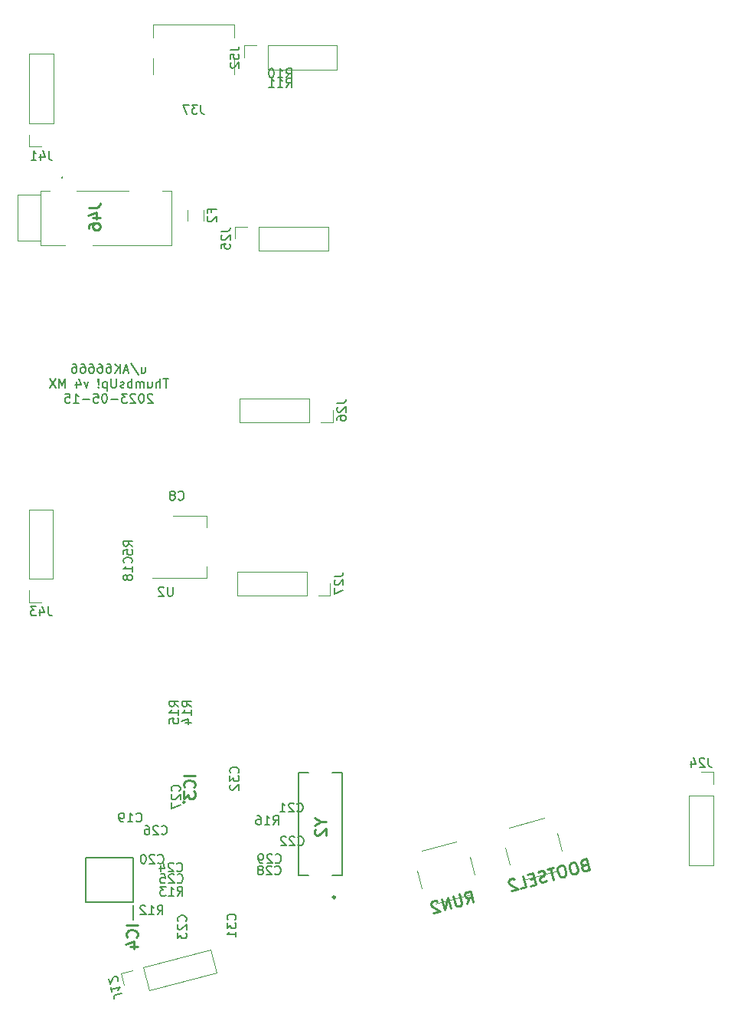
<source format=gbr>
G04 #@! TF.GenerationSoftware,KiCad,Pcbnew,(5.1.4)-1*
G04 #@! TF.CreationDate,2023-05-19T09:14:30-04:00*
G04 #@! TF.ProjectId,ThumbsUp,5468756d-6273-4557-902e-6b696361645f,rev?*
G04 #@! TF.SameCoordinates,Original*
G04 #@! TF.FileFunction,Legend,Bot*
G04 #@! TF.FilePolarity,Positive*
%FSLAX46Y46*%
G04 Gerber Fmt 4.6, Leading zero omitted, Abs format (unit mm)*
G04 Created by KiCad (PCBNEW (5.1.4)-1) date 2023-05-19 09:14:30*
%MOMM*%
%LPD*%
G04 APERTURE LIST*
%ADD10C,0.150000*%
%ADD11C,0.120000*%
%ADD12C,0.100000*%
%ADD13C,0.200000*%
%ADD14C,0.254000*%
G04 APERTURE END LIST*
D10*
X166519047Y-405035714D02*
X166519047Y-405702380D01*
X166947619Y-405035714D02*
X166947619Y-405559523D01*
X166900000Y-405654761D01*
X166804761Y-405702380D01*
X166661904Y-405702380D01*
X166566666Y-405654761D01*
X166519047Y-405607142D01*
X165328571Y-404654761D02*
X166185714Y-405940476D01*
X165042857Y-405416666D02*
X164566666Y-405416666D01*
X165138095Y-405702380D02*
X164804761Y-404702380D01*
X164471428Y-405702380D01*
X164138095Y-405702380D02*
X164138095Y-404702380D01*
X163566666Y-405702380D02*
X163995238Y-405130952D01*
X163566666Y-404702380D02*
X164138095Y-405273809D01*
X162709523Y-404702380D02*
X162900000Y-404702380D01*
X162995238Y-404750000D01*
X163042857Y-404797619D01*
X163138095Y-404940476D01*
X163185714Y-405130952D01*
X163185714Y-405511904D01*
X163138095Y-405607142D01*
X163090476Y-405654761D01*
X162995238Y-405702380D01*
X162804761Y-405702380D01*
X162709523Y-405654761D01*
X162661904Y-405607142D01*
X162614285Y-405511904D01*
X162614285Y-405273809D01*
X162661904Y-405178571D01*
X162709523Y-405130952D01*
X162804761Y-405083333D01*
X162995238Y-405083333D01*
X163090476Y-405130952D01*
X163138095Y-405178571D01*
X163185714Y-405273809D01*
X161757142Y-404702380D02*
X161947619Y-404702380D01*
X162042857Y-404750000D01*
X162090476Y-404797619D01*
X162185714Y-404940476D01*
X162233333Y-405130952D01*
X162233333Y-405511904D01*
X162185714Y-405607142D01*
X162138095Y-405654761D01*
X162042857Y-405702380D01*
X161852380Y-405702380D01*
X161757142Y-405654761D01*
X161709523Y-405607142D01*
X161661904Y-405511904D01*
X161661904Y-405273809D01*
X161709523Y-405178571D01*
X161757142Y-405130952D01*
X161852380Y-405083333D01*
X162042857Y-405083333D01*
X162138095Y-405130952D01*
X162185714Y-405178571D01*
X162233333Y-405273809D01*
X160804761Y-404702380D02*
X160995238Y-404702380D01*
X161090476Y-404750000D01*
X161138095Y-404797619D01*
X161233333Y-404940476D01*
X161280952Y-405130952D01*
X161280952Y-405511904D01*
X161233333Y-405607142D01*
X161185714Y-405654761D01*
X161090476Y-405702380D01*
X160900000Y-405702380D01*
X160804761Y-405654761D01*
X160757142Y-405607142D01*
X160709523Y-405511904D01*
X160709523Y-405273809D01*
X160757142Y-405178571D01*
X160804761Y-405130952D01*
X160900000Y-405083333D01*
X161090476Y-405083333D01*
X161185714Y-405130952D01*
X161233333Y-405178571D01*
X161280952Y-405273809D01*
X159852380Y-404702380D02*
X160042857Y-404702380D01*
X160138095Y-404750000D01*
X160185714Y-404797619D01*
X160280952Y-404940476D01*
X160328571Y-405130952D01*
X160328571Y-405511904D01*
X160280952Y-405607142D01*
X160233333Y-405654761D01*
X160138095Y-405702380D01*
X159947619Y-405702380D01*
X159852380Y-405654761D01*
X159804761Y-405607142D01*
X159757142Y-405511904D01*
X159757142Y-405273809D01*
X159804761Y-405178571D01*
X159852380Y-405130952D01*
X159947619Y-405083333D01*
X160138095Y-405083333D01*
X160233333Y-405130952D01*
X160280952Y-405178571D01*
X160328571Y-405273809D01*
X158900000Y-404702380D02*
X159090476Y-404702380D01*
X159185714Y-404750000D01*
X159233333Y-404797619D01*
X159328571Y-404940476D01*
X159376190Y-405130952D01*
X159376190Y-405511904D01*
X159328571Y-405607142D01*
X159280952Y-405654761D01*
X159185714Y-405702380D01*
X158995238Y-405702380D01*
X158900000Y-405654761D01*
X158852380Y-405607142D01*
X158804761Y-405511904D01*
X158804761Y-405273809D01*
X158852380Y-405178571D01*
X158900000Y-405130952D01*
X158995238Y-405083333D01*
X159185714Y-405083333D01*
X159280952Y-405130952D01*
X159328571Y-405178571D01*
X159376190Y-405273809D01*
X169495238Y-406352380D02*
X168923809Y-406352380D01*
X169209523Y-407352380D02*
X169209523Y-406352380D01*
X168590476Y-407352380D02*
X168590476Y-406352380D01*
X168161904Y-407352380D02*
X168161904Y-406828571D01*
X168209523Y-406733333D01*
X168304761Y-406685714D01*
X168447619Y-406685714D01*
X168542857Y-406733333D01*
X168590476Y-406780952D01*
X167257142Y-406685714D02*
X167257142Y-407352380D01*
X167685714Y-406685714D02*
X167685714Y-407209523D01*
X167638095Y-407304761D01*
X167542857Y-407352380D01*
X167400000Y-407352380D01*
X167304761Y-407304761D01*
X167257142Y-407257142D01*
X166780952Y-407352380D02*
X166780952Y-406685714D01*
X166780952Y-406780952D02*
X166733333Y-406733333D01*
X166638095Y-406685714D01*
X166495238Y-406685714D01*
X166400000Y-406733333D01*
X166352380Y-406828571D01*
X166352380Y-407352380D01*
X166352380Y-406828571D02*
X166304761Y-406733333D01*
X166209523Y-406685714D01*
X166066666Y-406685714D01*
X165971428Y-406733333D01*
X165923809Y-406828571D01*
X165923809Y-407352380D01*
X165447619Y-407352380D02*
X165447619Y-406352380D01*
X165447619Y-406733333D02*
X165352380Y-406685714D01*
X165161904Y-406685714D01*
X165066666Y-406733333D01*
X165019047Y-406780952D01*
X164971428Y-406876190D01*
X164971428Y-407161904D01*
X165019047Y-407257142D01*
X165066666Y-407304761D01*
X165161904Y-407352380D01*
X165352380Y-407352380D01*
X165447619Y-407304761D01*
X164590476Y-407304761D02*
X164495238Y-407352380D01*
X164304761Y-407352380D01*
X164209523Y-407304761D01*
X164161904Y-407209523D01*
X164161904Y-407161904D01*
X164209523Y-407066666D01*
X164304761Y-407019047D01*
X164447619Y-407019047D01*
X164542857Y-406971428D01*
X164590476Y-406876190D01*
X164590476Y-406828571D01*
X164542857Y-406733333D01*
X164447619Y-406685714D01*
X164304761Y-406685714D01*
X164209523Y-406733333D01*
X163733333Y-406352380D02*
X163733333Y-407161904D01*
X163685714Y-407257142D01*
X163638095Y-407304761D01*
X163542857Y-407352380D01*
X163352380Y-407352380D01*
X163257142Y-407304761D01*
X163209523Y-407257142D01*
X163161904Y-407161904D01*
X163161904Y-406352380D01*
X162685714Y-406685714D02*
X162685714Y-407685714D01*
X162685714Y-406733333D02*
X162590476Y-406685714D01*
X162400000Y-406685714D01*
X162304761Y-406733333D01*
X162257142Y-406780952D01*
X162209523Y-406876190D01*
X162209523Y-407161904D01*
X162257142Y-407257142D01*
X162304761Y-407304761D01*
X162400000Y-407352380D01*
X162590476Y-407352380D01*
X162685714Y-407304761D01*
X161780952Y-407257142D02*
X161733333Y-407304761D01*
X161780952Y-407352380D01*
X161828571Y-407304761D01*
X161780952Y-407257142D01*
X161780952Y-407352380D01*
X161780952Y-406971428D02*
X161828571Y-406400000D01*
X161780952Y-406352380D01*
X161733333Y-406400000D01*
X161780952Y-406971428D01*
X161780952Y-406352380D01*
X160638095Y-406685714D02*
X160400000Y-407352380D01*
X160161904Y-406685714D01*
X159352380Y-406685714D02*
X159352380Y-407352380D01*
X159590476Y-406304761D02*
X159828571Y-407019047D01*
X159209523Y-407019047D01*
X158066666Y-407352380D02*
X158066666Y-406352380D01*
X157733333Y-407066666D01*
X157400000Y-406352380D01*
X157400000Y-407352380D01*
X157019047Y-406352380D02*
X156352380Y-407352380D01*
X156352380Y-406352380D02*
X157019047Y-407352380D01*
X167757142Y-408097619D02*
X167709523Y-408050000D01*
X167614285Y-408002380D01*
X167376190Y-408002380D01*
X167280952Y-408050000D01*
X167233333Y-408097619D01*
X167185714Y-408192857D01*
X167185714Y-408288095D01*
X167233333Y-408430952D01*
X167804761Y-409002380D01*
X167185714Y-409002380D01*
X166566666Y-408002380D02*
X166471428Y-408002380D01*
X166376190Y-408050000D01*
X166328571Y-408097619D01*
X166280952Y-408192857D01*
X166233333Y-408383333D01*
X166233333Y-408621428D01*
X166280952Y-408811904D01*
X166328571Y-408907142D01*
X166376190Y-408954761D01*
X166471428Y-409002380D01*
X166566666Y-409002380D01*
X166661904Y-408954761D01*
X166709523Y-408907142D01*
X166757142Y-408811904D01*
X166804761Y-408621428D01*
X166804761Y-408383333D01*
X166757142Y-408192857D01*
X166709523Y-408097619D01*
X166661904Y-408050000D01*
X166566666Y-408002380D01*
X165852380Y-408097619D02*
X165804761Y-408050000D01*
X165709523Y-408002380D01*
X165471428Y-408002380D01*
X165376190Y-408050000D01*
X165328571Y-408097619D01*
X165280952Y-408192857D01*
X165280952Y-408288095D01*
X165328571Y-408430952D01*
X165900000Y-409002380D01*
X165280952Y-409002380D01*
X164947619Y-408002380D02*
X164328571Y-408002380D01*
X164661904Y-408383333D01*
X164519047Y-408383333D01*
X164423809Y-408430952D01*
X164376190Y-408478571D01*
X164328571Y-408573809D01*
X164328571Y-408811904D01*
X164376190Y-408907142D01*
X164423809Y-408954761D01*
X164519047Y-409002380D01*
X164804761Y-409002380D01*
X164900000Y-408954761D01*
X164947619Y-408907142D01*
X163900000Y-408621428D02*
X163138095Y-408621428D01*
X162471428Y-408002380D02*
X162376190Y-408002380D01*
X162280952Y-408050000D01*
X162233333Y-408097619D01*
X162185714Y-408192857D01*
X162138095Y-408383333D01*
X162138095Y-408621428D01*
X162185714Y-408811904D01*
X162233333Y-408907142D01*
X162280952Y-408954761D01*
X162376190Y-409002380D01*
X162471428Y-409002380D01*
X162566666Y-408954761D01*
X162614285Y-408907142D01*
X162661904Y-408811904D01*
X162709523Y-408621428D01*
X162709523Y-408383333D01*
X162661904Y-408192857D01*
X162614285Y-408097619D01*
X162566666Y-408050000D01*
X162471428Y-408002380D01*
X161233333Y-408002380D02*
X161709523Y-408002380D01*
X161757142Y-408478571D01*
X161709523Y-408430952D01*
X161614285Y-408383333D01*
X161376190Y-408383333D01*
X161280952Y-408430952D01*
X161233333Y-408478571D01*
X161185714Y-408573809D01*
X161185714Y-408811904D01*
X161233333Y-408907142D01*
X161280952Y-408954761D01*
X161376190Y-409002380D01*
X161614285Y-409002380D01*
X161709523Y-408954761D01*
X161757142Y-408907142D01*
X160757142Y-408621428D02*
X159995238Y-408621428D01*
X158995238Y-409002380D02*
X159566666Y-409002380D01*
X159280952Y-409002380D02*
X159280952Y-408002380D01*
X159376190Y-408145238D01*
X159471428Y-408240476D01*
X159566666Y-408288095D01*
X158090476Y-408002380D02*
X158566666Y-408002380D01*
X158614285Y-408478571D01*
X158566666Y-408430952D01*
X158471428Y-408383333D01*
X158233333Y-408383333D01*
X158138095Y-408430952D01*
X158090476Y-408478571D01*
X158042857Y-408573809D01*
X158042857Y-408811904D01*
X158090476Y-408907142D01*
X158138095Y-408954761D01*
X158233333Y-409002380D01*
X158471428Y-409002380D01*
X158566666Y-408954761D01*
X158614285Y-408907142D01*
D11*
X171615000Y-388877064D02*
X171615000Y-387672936D01*
X173435000Y-388877064D02*
X173435000Y-387672936D01*
D12*
X203356922Y-461083959D02*
X202835913Y-459153014D01*
X197564087Y-462646986D02*
X197043078Y-460716041D01*
X199050568Y-464317427D02*
X202912459Y-463275409D01*
X197487541Y-458524591D02*
X201349432Y-457482573D01*
D11*
X167805000Y-372720000D02*
X167805000Y-370920000D01*
X167805000Y-367210000D02*
X167805000Y-368670000D01*
X176745000Y-367210000D02*
X176745000Y-368670000D01*
X176745000Y-372720000D02*
X176745000Y-370920000D01*
X176745000Y-367210000D02*
X167805000Y-367210000D01*
D12*
X213056922Y-458483959D02*
X212535913Y-456553014D01*
X207264087Y-460046986D02*
X206743078Y-458116041D01*
X208750568Y-461717427D02*
X212612459Y-460675409D01*
X207187541Y-455924591D02*
X211049432Y-454882573D01*
D11*
X177880000Y-369530000D02*
X177880000Y-370860000D01*
X179210000Y-369530000D02*
X177880000Y-369530000D01*
X180480000Y-369530000D02*
X180480000Y-372190000D01*
X180480000Y-372190000D02*
X188160000Y-372190000D01*
X180480000Y-369530000D02*
X188160000Y-369530000D01*
X188160000Y-369530000D02*
X188160000Y-372190000D01*
D13*
X157750000Y-384150000D02*
G75*
G03X157750000Y-384050000I0J50000D01*
G01*
X157750000Y-384050000D02*
G75*
G03X157750000Y-384150000I0J-50000D01*
G01*
X157750000Y-384150000D02*
G75*
G03X157750000Y-384050000I0J50000D01*
G01*
X157750000Y-384050000D02*
X157750000Y-384050000D01*
X157750000Y-384150000D02*
X157750000Y-384150000D01*
X157750000Y-384050000D02*
X157750000Y-384050000D01*
D12*
X159350000Y-385575000D02*
X165100000Y-385575000D01*
X159350000Y-385575000D02*
X159350000Y-385575000D01*
X165100000Y-385575000D02*
X159350000Y-385575000D01*
X165100000Y-385575000D02*
X165100000Y-385575000D01*
X168850000Y-385575000D02*
X169850000Y-385575000D01*
X168850000Y-385575000D02*
X168850000Y-385575000D01*
X169850000Y-385575000D02*
X168850000Y-385575000D01*
X169850000Y-385575000D02*
X169850000Y-385575000D01*
X169850000Y-391575000D02*
X169850000Y-391575000D01*
X169850000Y-385575000D02*
X169850000Y-391575000D01*
X169850000Y-385575000D02*
X169850000Y-385575000D01*
X169850000Y-391575000D02*
X169850000Y-385575000D01*
X169850000Y-391575000D02*
X161100000Y-391575000D01*
X169850000Y-391575000D02*
X169850000Y-391575000D01*
X161100000Y-391575000D02*
X169850000Y-391575000D01*
X161100000Y-391575000D02*
X161100000Y-391575000D01*
X158100000Y-391575000D02*
X155350000Y-391575000D01*
X158100000Y-391575000D02*
X158100000Y-391575000D01*
X155350000Y-391575000D02*
X158100000Y-391575000D01*
X155350000Y-391575000D02*
X155350000Y-391575000D01*
X155350000Y-391100000D02*
X155350000Y-391100000D01*
X155350000Y-391575000D02*
X155350000Y-391100000D01*
X155350000Y-391575000D02*
X155350000Y-391575000D01*
X155350000Y-391100000D02*
X155350000Y-391575000D01*
X152850000Y-386050000D02*
X155350000Y-386050000D01*
X152850000Y-391075000D02*
X152850000Y-386050000D01*
X155350000Y-391075000D02*
X152850000Y-391075000D01*
X155350000Y-386050000D02*
X155350000Y-391075000D01*
X155350000Y-385575000D02*
X155350000Y-385575000D01*
X155350000Y-386050000D02*
X155350000Y-385575000D01*
X155350000Y-386050000D02*
X155350000Y-386050000D01*
X155350000Y-385575000D02*
X155350000Y-386050000D01*
X155350000Y-385575000D02*
X156350000Y-385575000D01*
X155350000Y-385575000D02*
X155350000Y-385575000D01*
X156350000Y-385575000D02*
X155350000Y-385575000D01*
X156350000Y-385575000D02*
X156350000Y-385575000D01*
D11*
X154128726Y-380710794D02*
X155458726Y-380710794D01*
X154128726Y-379380794D02*
X154128726Y-380710794D01*
X154128726Y-378110794D02*
X156788726Y-378110794D01*
X156788726Y-378110794D02*
X156788726Y-370430794D01*
X154128726Y-378110794D02*
X154128726Y-370430794D01*
X154128726Y-370430794D02*
X156788726Y-370430794D01*
X176882025Y-389530322D02*
X176882025Y-390860322D01*
X178212025Y-389530322D02*
X176882025Y-389530322D01*
X179482025Y-389530322D02*
X179482025Y-392190322D01*
X179482025Y-392190322D02*
X187162025Y-392190322D01*
X179482025Y-389530322D02*
X187162025Y-389530322D01*
X187162025Y-389530322D02*
X187162025Y-392190322D01*
D14*
X171300000Y-453125000D02*
G75*
G03X171300000Y-453125000I-100000J0D01*
G01*
D11*
X167750000Y-428335000D02*
X173760000Y-428335000D01*
X170000000Y-421515000D02*
X173760000Y-421515000D01*
X173760000Y-428335000D02*
X173760000Y-427075000D01*
X173760000Y-421515000D02*
X173760000Y-422775000D01*
X229742025Y-449780322D02*
X228412025Y-449780322D01*
X229742025Y-451110322D02*
X229742025Y-449780322D01*
X229742025Y-452380322D02*
X227082025Y-452380322D01*
X227082025Y-452380322D02*
X227082025Y-460060322D01*
X229742025Y-452380322D02*
X229742025Y-460060322D01*
X229742025Y-460060322D02*
X227082025Y-460060322D01*
X187386722Y-430287847D02*
X187386722Y-428957847D01*
X186056722Y-430287847D02*
X187386722Y-430287847D01*
X184786722Y-430287847D02*
X184786722Y-427627847D01*
X184786722Y-427627847D02*
X177106722Y-427627847D01*
X184786722Y-430287847D02*
X177106722Y-430287847D01*
X177106722Y-430287847D02*
X177106722Y-427627847D01*
X164222759Y-472042071D02*
X164566989Y-473326752D01*
X165507441Y-471697842D02*
X164222759Y-472042071D01*
X166734166Y-471369141D02*
X167422625Y-473938504D01*
X167422625Y-473938504D02*
X174840935Y-471950774D01*
X166734166Y-471369141D02*
X174152477Y-469381411D01*
X174152477Y-469381411D02*
X174840935Y-471950774D01*
D13*
X165580000Y-466125000D02*
X165580000Y-464475000D01*
X160360000Y-464125000D02*
X165640000Y-464125000D01*
X160360000Y-459275000D02*
X160360000Y-464125000D01*
X165640000Y-459275000D02*
X160360000Y-459275000D01*
X165640000Y-464125000D02*
X165640000Y-459275000D01*
D14*
X187935880Y-463630000D02*
G75*
G03X187935880Y-463630000I-125880J0D01*
G01*
D13*
X188700000Y-449825000D02*
X187600000Y-449825000D01*
X183900000Y-449825000D02*
X185000000Y-449825000D01*
X183900000Y-461225000D02*
X185000000Y-461225000D01*
X188700000Y-461225000D02*
X187600000Y-461225000D01*
X183900000Y-461225000D02*
X183900000Y-449825000D01*
X188700000Y-461225000D02*
X188700000Y-449825000D01*
D11*
X187689012Y-411172011D02*
X187689012Y-409842011D01*
X186359012Y-411172011D02*
X187689012Y-411172011D01*
X185089012Y-411172011D02*
X185089012Y-408512011D01*
X185089012Y-408512011D02*
X177409012Y-408512011D01*
X185089012Y-411172011D02*
X177409012Y-411172011D01*
X177409012Y-411172011D02*
X177409012Y-408512011D01*
X154082019Y-431060280D02*
X155412019Y-431060280D01*
X154082019Y-429730280D02*
X154082019Y-431060280D01*
X154082019Y-428460280D02*
X156742019Y-428460280D01*
X156742019Y-428460280D02*
X156742019Y-420780280D01*
X154082019Y-428460280D02*
X154082019Y-420780280D01*
X154082019Y-420780280D02*
X156742019Y-420780280D01*
D10*
X171407142Y-466257142D02*
X171454761Y-466209523D01*
X171502380Y-466066666D01*
X171502380Y-465971428D01*
X171454761Y-465828571D01*
X171359523Y-465733333D01*
X171264285Y-465685714D01*
X171073809Y-465638095D01*
X170930952Y-465638095D01*
X170740476Y-465685714D01*
X170645238Y-465733333D01*
X170550000Y-465828571D01*
X170502380Y-465971428D01*
X170502380Y-466066666D01*
X170550000Y-466209523D01*
X170597619Y-466257142D01*
X170597619Y-466638095D02*
X170550000Y-466685714D01*
X170502380Y-466780952D01*
X170502380Y-467019047D01*
X170550000Y-467114285D01*
X170597619Y-467161904D01*
X170692857Y-467209523D01*
X170788095Y-467209523D01*
X170930952Y-467161904D01*
X171502380Y-466590476D01*
X171502380Y-467209523D01*
X170502380Y-467542857D02*
X170502380Y-468161904D01*
X170883333Y-467828571D01*
X170883333Y-467971428D01*
X170930952Y-468066666D01*
X170978571Y-468114285D01*
X171073809Y-468161904D01*
X171311904Y-468161904D01*
X171407142Y-468114285D01*
X171454761Y-468066666D01*
X171502380Y-467971428D01*
X171502380Y-467685714D01*
X171454761Y-467590476D01*
X171407142Y-467542857D01*
X183842857Y-457807142D02*
X183890476Y-457854761D01*
X184033333Y-457902380D01*
X184128571Y-457902380D01*
X184271428Y-457854761D01*
X184366666Y-457759523D01*
X184414285Y-457664285D01*
X184461904Y-457473809D01*
X184461904Y-457330952D01*
X184414285Y-457140476D01*
X184366666Y-457045238D01*
X184271428Y-456950000D01*
X184128571Y-456902380D01*
X184033333Y-456902380D01*
X183890476Y-456950000D01*
X183842857Y-456997619D01*
X183461904Y-456997619D02*
X183414285Y-456950000D01*
X183319047Y-456902380D01*
X183080952Y-456902380D01*
X182985714Y-456950000D01*
X182938095Y-456997619D01*
X182890476Y-457092857D01*
X182890476Y-457188095D01*
X182938095Y-457330952D01*
X183509523Y-457902380D01*
X182890476Y-457902380D01*
X182509523Y-456997619D02*
X182461904Y-456950000D01*
X182366666Y-456902380D01*
X182128571Y-456902380D01*
X182033333Y-456950000D01*
X181985714Y-456997619D01*
X181938095Y-457092857D01*
X181938095Y-457188095D01*
X181985714Y-457330952D01*
X182557142Y-457902380D01*
X181938095Y-457902380D01*
X165942857Y-455207142D02*
X165990476Y-455254761D01*
X166133333Y-455302380D01*
X166228571Y-455302380D01*
X166371428Y-455254761D01*
X166466666Y-455159523D01*
X166514285Y-455064285D01*
X166561904Y-454873809D01*
X166561904Y-454730952D01*
X166514285Y-454540476D01*
X166466666Y-454445238D01*
X166371428Y-454350000D01*
X166228571Y-454302380D01*
X166133333Y-454302380D01*
X165990476Y-454350000D01*
X165942857Y-454397619D01*
X164990476Y-455302380D02*
X165561904Y-455302380D01*
X165276190Y-455302380D02*
X165276190Y-454302380D01*
X165371428Y-454445238D01*
X165466666Y-454540476D01*
X165561904Y-454588095D01*
X164514285Y-455302380D02*
X164323809Y-455302380D01*
X164228571Y-455254761D01*
X164180952Y-455207142D01*
X164085714Y-455064285D01*
X164038095Y-454873809D01*
X164038095Y-454492857D01*
X164085714Y-454397619D01*
X164133333Y-454350000D01*
X164228571Y-454302380D01*
X164419047Y-454302380D01*
X164514285Y-454350000D01*
X164561904Y-454397619D01*
X164609523Y-454492857D01*
X164609523Y-454730952D01*
X164561904Y-454826190D01*
X164514285Y-454873809D01*
X164419047Y-454921428D01*
X164228571Y-454921428D01*
X164133333Y-454873809D01*
X164085714Y-454826190D01*
X164038095Y-454730952D01*
X170442857Y-460707142D02*
X170490476Y-460754761D01*
X170633333Y-460802380D01*
X170728571Y-460802380D01*
X170871428Y-460754761D01*
X170966666Y-460659523D01*
X171014285Y-460564285D01*
X171061904Y-460373809D01*
X171061904Y-460230952D01*
X171014285Y-460040476D01*
X170966666Y-459945238D01*
X170871428Y-459850000D01*
X170728571Y-459802380D01*
X170633333Y-459802380D01*
X170490476Y-459850000D01*
X170442857Y-459897619D01*
X170061904Y-459897619D02*
X170014285Y-459850000D01*
X169919047Y-459802380D01*
X169680952Y-459802380D01*
X169585714Y-459850000D01*
X169538095Y-459897619D01*
X169490476Y-459992857D01*
X169490476Y-460088095D01*
X169538095Y-460230952D01*
X170109523Y-460802380D01*
X169490476Y-460802380D01*
X168633333Y-460135714D02*
X168633333Y-460802380D01*
X168871428Y-459754761D02*
X169109523Y-460469047D01*
X168490476Y-460469047D01*
X165407142Y-426682142D02*
X165454761Y-426634523D01*
X165502380Y-426491666D01*
X165502380Y-426396428D01*
X165454761Y-426253571D01*
X165359523Y-426158333D01*
X165264285Y-426110714D01*
X165073809Y-426063095D01*
X164930952Y-426063095D01*
X164740476Y-426110714D01*
X164645238Y-426158333D01*
X164550000Y-426253571D01*
X164502380Y-426396428D01*
X164502380Y-426491666D01*
X164550000Y-426634523D01*
X164597619Y-426682142D01*
X165502380Y-427634523D02*
X165502380Y-427063095D01*
X165502380Y-427348809D02*
X164502380Y-427348809D01*
X164645238Y-427253571D01*
X164740476Y-427158333D01*
X164788095Y-427063095D01*
X164930952Y-428205952D02*
X164883333Y-428110714D01*
X164835714Y-428063095D01*
X164740476Y-428015476D01*
X164692857Y-428015476D01*
X164597619Y-428063095D01*
X164550000Y-428110714D01*
X164502380Y-428205952D01*
X164502380Y-428396428D01*
X164550000Y-428491666D01*
X164597619Y-428539285D01*
X164692857Y-428586904D01*
X164740476Y-428586904D01*
X164835714Y-428539285D01*
X164883333Y-428491666D01*
X164930952Y-428396428D01*
X164930952Y-428205952D01*
X164978571Y-428110714D01*
X165026190Y-428063095D01*
X165121428Y-428015476D01*
X165311904Y-428015476D01*
X165407142Y-428063095D01*
X165454761Y-428110714D01*
X165502380Y-428205952D01*
X165502380Y-428396428D01*
X165454761Y-428491666D01*
X165407142Y-428539285D01*
X165311904Y-428586904D01*
X165121428Y-428586904D01*
X165026190Y-428539285D01*
X164978571Y-428491666D01*
X164930952Y-428396428D01*
X183742857Y-454107142D02*
X183790476Y-454154761D01*
X183933333Y-454202380D01*
X184028571Y-454202380D01*
X184171428Y-454154761D01*
X184266666Y-454059523D01*
X184314285Y-453964285D01*
X184361904Y-453773809D01*
X184361904Y-453630952D01*
X184314285Y-453440476D01*
X184266666Y-453345238D01*
X184171428Y-453250000D01*
X184028571Y-453202380D01*
X183933333Y-453202380D01*
X183790476Y-453250000D01*
X183742857Y-453297619D01*
X183361904Y-453297619D02*
X183314285Y-453250000D01*
X183219047Y-453202380D01*
X182980952Y-453202380D01*
X182885714Y-453250000D01*
X182838095Y-453297619D01*
X182790476Y-453392857D01*
X182790476Y-453488095D01*
X182838095Y-453630952D01*
X183409523Y-454202380D01*
X182790476Y-454202380D01*
X181838095Y-454202380D02*
X182409523Y-454202380D01*
X182123809Y-454202380D02*
X182123809Y-453202380D01*
X182219047Y-453345238D01*
X182314285Y-453440476D01*
X182409523Y-453488095D01*
X170492857Y-461957142D02*
X170540476Y-462004761D01*
X170683333Y-462052380D01*
X170778571Y-462052380D01*
X170921428Y-462004761D01*
X171016666Y-461909523D01*
X171064285Y-461814285D01*
X171111904Y-461623809D01*
X171111904Y-461480952D01*
X171064285Y-461290476D01*
X171016666Y-461195238D01*
X170921428Y-461100000D01*
X170778571Y-461052380D01*
X170683333Y-461052380D01*
X170540476Y-461100000D01*
X170492857Y-461147619D01*
X170111904Y-461147619D02*
X170064285Y-461100000D01*
X169969047Y-461052380D01*
X169730952Y-461052380D01*
X169635714Y-461100000D01*
X169588095Y-461147619D01*
X169540476Y-461242857D01*
X169540476Y-461338095D01*
X169588095Y-461480952D01*
X170159523Y-462052380D01*
X169540476Y-462052380D01*
X168635714Y-461052380D02*
X169111904Y-461052380D01*
X169159523Y-461528571D01*
X169111904Y-461480952D01*
X169016666Y-461433333D01*
X168778571Y-461433333D01*
X168683333Y-461480952D01*
X168635714Y-461528571D01*
X168588095Y-461623809D01*
X168588095Y-461861904D01*
X168635714Y-461957142D01*
X168683333Y-462004761D01*
X168778571Y-462052380D01*
X169016666Y-462052380D01*
X169111904Y-462004761D01*
X169159523Y-461957142D01*
X168342857Y-459807142D02*
X168390476Y-459854761D01*
X168533333Y-459902380D01*
X168628571Y-459902380D01*
X168771428Y-459854761D01*
X168866666Y-459759523D01*
X168914285Y-459664285D01*
X168961904Y-459473809D01*
X168961904Y-459330952D01*
X168914285Y-459140476D01*
X168866666Y-459045238D01*
X168771428Y-458950000D01*
X168628571Y-458902380D01*
X168533333Y-458902380D01*
X168390476Y-458950000D01*
X168342857Y-458997619D01*
X167961904Y-458997619D02*
X167914285Y-458950000D01*
X167819047Y-458902380D01*
X167580952Y-458902380D01*
X167485714Y-458950000D01*
X167438095Y-458997619D01*
X167390476Y-459092857D01*
X167390476Y-459188095D01*
X167438095Y-459330952D01*
X168009523Y-459902380D01*
X167390476Y-459902380D01*
X166771428Y-458902380D02*
X166676190Y-458902380D01*
X166580952Y-458950000D01*
X166533333Y-458997619D01*
X166485714Y-459092857D01*
X166438095Y-459283333D01*
X166438095Y-459521428D01*
X166485714Y-459711904D01*
X166533333Y-459807142D01*
X166580952Y-459854761D01*
X166676190Y-459902380D01*
X166771428Y-459902380D01*
X166866666Y-459854761D01*
X166914285Y-459807142D01*
X166961904Y-459711904D01*
X167009523Y-459521428D01*
X167009523Y-459283333D01*
X166961904Y-459092857D01*
X166914285Y-458997619D01*
X166866666Y-458950000D01*
X166771428Y-458902380D01*
X170606666Y-419662142D02*
X170654285Y-419709761D01*
X170797142Y-419757380D01*
X170892380Y-419757380D01*
X171035238Y-419709761D01*
X171130476Y-419614523D01*
X171178095Y-419519285D01*
X171225714Y-419328809D01*
X171225714Y-419185952D01*
X171178095Y-418995476D01*
X171130476Y-418900238D01*
X171035238Y-418805000D01*
X170892380Y-418757380D01*
X170797142Y-418757380D01*
X170654285Y-418805000D01*
X170606666Y-418852619D01*
X170035238Y-419185952D02*
X170130476Y-419138333D01*
X170178095Y-419090714D01*
X170225714Y-418995476D01*
X170225714Y-418947857D01*
X170178095Y-418852619D01*
X170130476Y-418805000D01*
X170035238Y-418757380D01*
X169844761Y-418757380D01*
X169749523Y-418805000D01*
X169701904Y-418852619D01*
X169654285Y-418947857D01*
X169654285Y-418995476D01*
X169701904Y-419090714D01*
X169749523Y-419138333D01*
X169844761Y-419185952D01*
X170035238Y-419185952D01*
X170130476Y-419233571D01*
X170178095Y-419281190D01*
X170225714Y-419376428D01*
X170225714Y-419566904D01*
X170178095Y-419662142D01*
X170130476Y-419709761D01*
X170035238Y-419757380D01*
X169844761Y-419757380D01*
X169749523Y-419709761D01*
X169701904Y-419662142D01*
X169654285Y-419566904D01*
X169654285Y-419376428D01*
X169701904Y-419281190D01*
X169749523Y-419233571D01*
X169844761Y-419185952D01*
X177202142Y-449867142D02*
X177249761Y-449819523D01*
X177297380Y-449676666D01*
X177297380Y-449581428D01*
X177249761Y-449438571D01*
X177154523Y-449343333D01*
X177059285Y-449295714D01*
X176868809Y-449248095D01*
X176725952Y-449248095D01*
X176535476Y-449295714D01*
X176440238Y-449343333D01*
X176345000Y-449438571D01*
X176297380Y-449581428D01*
X176297380Y-449676666D01*
X176345000Y-449819523D01*
X176392619Y-449867142D01*
X176297380Y-450200476D02*
X176297380Y-450819523D01*
X176678333Y-450486190D01*
X176678333Y-450629047D01*
X176725952Y-450724285D01*
X176773571Y-450771904D01*
X176868809Y-450819523D01*
X177106904Y-450819523D01*
X177202142Y-450771904D01*
X177249761Y-450724285D01*
X177297380Y-450629047D01*
X177297380Y-450343333D01*
X177249761Y-450248095D01*
X177202142Y-450200476D01*
X176392619Y-451200476D02*
X176345000Y-451248095D01*
X176297380Y-451343333D01*
X176297380Y-451581428D01*
X176345000Y-451676666D01*
X176392619Y-451724285D01*
X176487857Y-451771904D01*
X176583095Y-451771904D01*
X176725952Y-451724285D01*
X177297380Y-451152857D01*
X177297380Y-451771904D01*
X168292857Y-465527380D02*
X168626190Y-465051190D01*
X168864285Y-465527380D02*
X168864285Y-464527380D01*
X168483333Y-464527380D01*
X168388095Y-464575000D01*
X168340476Y-464622619D01*
X168292857Y-464717857D01*
X168292857Y-464860714D01*
X168340476Y-464955952D01*
X168388095Y-465003571D01*
X168483333Y-465051190D01*
X168864285Y-465051190D01*
X167340476Y-465527380D02*
X167911904Y-465527380D01*
X167626190Y-465527380D02*
X167626190Y-464527380D01*
X167721428Y-464670238D01*
X167816666Y-464765476D01*
X167911904Y-464813095D01*
X166959523Y-464622619D02*
X166911904Y-464575000D01*
X166816666Y-464527380D01*
X166578571Y-464527380D01*
X166483333Y-464575000D01*
X166435714Y-464622619D01*
X166388095Y-464717857D01*
X166388095Y-464813095D01*
X166435714Y-464955952D01*
X167007142Y-465527380D01*
X166388095Y-465527380D01*
X182522857Y-373082380D02*
X182856190Y-372606190D01*
X183094285Y-373082380D02*
X183094285Y-372082380D01*
X182713333Y-372082380D01*
X182618095Y-372130000D01*
X182570476Y-372177619D01*
X182522857Y-372272857D01*
X182522857Y-372415714D01*
X182570476Y-372510952D01*
X182618095Y-372558571D01*
X182713333Y-372606190D01*
X183094285Y-372606190D01*
X181570476Y-373082380D02*
X182141904Y-373082380D01*
X181856190Y-373082380D02*
X181856190Y-372082380D01*
X181951428Y-372225238D01*
X182046666Y-372320476D01*
X182141904Y-372368095D01*
X180951428Y-372082380D02*
X180856190Y-372082380D01*
X180760952Y-372130000D01*
X180713333Y-372177619D01*
X180665714Y-372272857D01*
X180618095Y-372463333D01*
X180618095Y-372701428D01*
X180665714Y-372891904D01*
X180713333Y-372987142D01*
X180760952Y-373034761D01*
X180856190Y-373082380D01*
X180951428Y-373082380D01*
X181046666Y-373034761D01*
X181094285Y-372987142D01*
X181141904Y-372891904D01*
X181189523Y-372701428D01*
X181189523Y-372463333D01*
X181141904Y-372272857D01*
X181094285Y-372177619D01*
X181046666Y-372130000D01*
X180951428Y-372082380D01*
X170727142Y-451872142D02*
X170774761Y-451824523D01*
X170822380Y-451681666D01*
X170822380Y-451586428D01*
X170774761Y-451443571D01*
X170679523Y-451348333D01*
X170584285Y-451300714D01*
X170393809Y-451253095D01*
X170250952Y-451253095D01*
X170060476Y-451300714D01*
X169965238Y-451348333D01*
X169870000Y-451443571D01*
X169822380Y-451586428D01*
X169822380Y-451681666D01*
X169870000Y-451824523D01*
X169917619Y-451872142D01*
X169917619Y-452253095D02*
X169870000Y-452300714D01*
X169822380Y-452395952D01*
X169822380Y-452634047D01*
X169870000Y-452729285D01*
X169917619Y-452776904D01*
X170012857Y-452824523D01*
X170108095Y-452824523D01*
X170250952Y-452776904D01*
X170822380Y-452205476D01*
X170822380Y-452824523D01*
X169822380Y-453157857D02*
X169822380Y-453824523D01*
X170822380Y-453395952D01*
X181092857Y-455602380D02*
X181426190Y-455126190D01*
X181664285Y-455602380D02*
X181664285Y-454602380D01*
X181283333Y-454602380D01*
X181188095Y-454650000D01*
X181140476Y-454697619D01*
X181092857Y-454792857D01*
X181092857Y-454935714D01*
X181140476Y-455030952D01*
X181188095Y-455078571D01*
X181283333Y-455126190D01*
X181664285Y-455126190D01*
X180140476Y-455602380D02*
X180711904Y-455602380D01*
X180426190Y-455602380D02*
X180426190Y-454602380D01*
X180521428Y-454745238D01*
X180616666Y-454840476D01*
X180711904Y-454888095D01*
X179283333Y-454602380D02*
X179473809Y-454602380D01*
X179569047Y-454650000D01*
X179616666Y-454697619D01*
X179711904Y-454840476D01*
X179759523Y-455030952D01*
X179759523Y-455411904D01*
X179711904Y-455507142D01*
X179664285Y-455554761D01*
X179569047Y-455602380D01*
X179378571Y-455602380D01*
X179283333Y-455554761D01*
X179235714Y-455507142D01*
X179188095Y-455411904D01*
X179188095Y-455173809D01*
X179235714Y-455078571D01*
X179283333Y-455030952D01*
X179378571Y-454983333D01*
X179569047Y-454983333D01*
X179664285Y-455030952D01*
X179711904Y-455078571D01*
X179759523Y-455173809D01*
X182527857Y-374162380D02*
X182861190Y-373686190D01*
X183099285Y-374162380D02*
X183099285Y-373162380D01*
X182718333Y-373162380D01*
X182623095Y-373210000D01*
X182575476Y-373257619D01*
X182527857Y-373352857D01*
X182527857Y-373495714D01*
X182575476Y-373590952D01*
X182623095Y-373638571D01*
X182718333Y-373686190D01*
X183099285Y-373686190D01*
X181575476Y-374162380D02*
X182146904Y-374162380D01*
X181861190Y-374162380D02*
X181861190Y-373162380D01*
X181956428Y-373305238D01*
X182051666Y-373400476D01*
X182146904Y-373448095D01*
X180623095Y-374162380D02*
X181194523Y-374162380D01*
X180908809Y-374162380D02*
X180908809Y-373162380D01*
X181004047Y-373305238D01*
X181099285Y-373400476D01*
X181194523Y-373448095D01*
X174273571Y-387941666D02*
X174273571Y-387608333D01*
X174797380Y-387608333D02*
X173797380Y-387608333D01*
X173797380Y-388084523D01*
X173892619Y-388417857D02*
X173845000Y-388465476D01*
X173797380Y-388560714D01*
X173797380Y-388798809D01*
X173845000Y-388894047D01*
X173892619Y-388941666D01*
X173987857Y-388989285D01*
X174083095Y-388989285D01*
X174225952Y-388941666D01*
X174797380Y-388370238D01*
X174797380Y-388989285D01*
X181342857Y-459757142D02*
X181390476Y-459804761D01*
X181533333Y-459852380D01*
X181628571Y-459852380D01*
X181771428Y-459804761D01*
X181866666Y-459709523D01*
X181914285Y-459614285D01*
X181961904Y-459423809D01*
X181961904Y-459280952D01*
X181914285Y-459090476D01*
X181866666Y-458995238D01*
X181771428Y-458900000D01*
X181628571Y-458852380D01*
X181533333Y-458852380D01*
X181390476Y-458900000D01*
X181342857Y-458947619D01*
X180961904Y-458947619D02*
X180914285Y-458900000D01*
X180819047Y-458852380D01*
X180580952Y-458852380D01*
X180485714Y-458900000D01*
X180438095Y-458947619D01*
X180390476Y-459042857D01*
X180390476Y-459138095D01*
X180438095Y-459280952D01*
X181009523Y-459852380D01*
X180390476Y-459852380D01*
X179914285Y-459852380D02*
X179723809Y-459852380D01*
X179628571Y-459804761D01*
X179580952Y-459757142D01*
X179485714Y-459614285D01*
X179438095Y-459423809D01*
X179438095Y-459042857D01*
X179485714Y-458947619D01*
X179533333Y-458900000D01*
X179628571Y-458852380D01*
X179819047Y-458852380D01*
X179914285Y-458900000D01*
X179961904Y-458947619D01*
X180009523Y-459042857D01*
X180009523Y-459280952D01*
X179961904Y-459376190D01*
X179914285Y-459423809D01*
X179819047Y-459471428D01*
X179628571Y-459471428D01*
X179533333Y-459423809D01*
X179485714Y-459376190D01*
X179438095Y-459280952D01*
X170492857Y-463452380D02*
X170826190Y-462976190D01*
X171064285Y-463452380D02*
X171064285Y-462452380D01*
X170683333Y-462452380D01*
X170588095Y-462500000D01*
X170540476Y-462547619D01*
X170492857Y-462642857D01*
X170492857Y-462785714D01*
X170540476Y-462880952D01*
X170588095Y-462928571D01*
X170683333Y-462976190D01*
X171064285Y-462976190D01*
X169540476Y-463452380D02*
X170111904Y-463452380D01*
X169826190Y-463452380D02*
X169826190Y-462452380D01*
X169921428Y-462595238D01*
X170016666Y-462690476D01*
X170111904Y-462738095D01*
X169207142Y-462452380D02*
X168588095Y-462452380D01*
X168921428Y-462833333D01*
X168778571Y-462833333D01*
X168683333Y-462880952D01*
X168635714Y-462928571D01*
X168588095Y-463023809D01*
X168588095Y-463261904D01*
X168635714Y-463357142D01*
X168683333Y-463404761D01*
X168778571Y-463452380D01*
X169064285Y-463452380D01*
X169159523Y-463404761D01*
X169207142Y-463357142D01*
X176895142Y-466107142D02*
X176942761Y-466059523D01*
X176990380Y-465916666D01*
X176990380Y-465821428D01*
X176942761Y-465678571D01*
X176847523Y-465583333D01*
X176752285Y-465535714D01*
X176561809Y-465488095D01*
X176418952Y-465488095D01*
X176228476Y-465535714D01*
X176133238Y-465583333D01*
X176038000Y-465678571D01*
X175990380Y-465821428D01*
X175990380Y-465916666D01*
X176038000Y-466059523D01*
X176085619Y-466107142D01*
X175990380Y-466440476D02*
X175990380Y-467059523D01*
X176371333Y-466726190D01*
X176371333Y-466869047D01*
X176418952Y-466964285D01*
X176466571Y-467011904D01*
X176561809Y-467059523D01*
X176799904Y-467059523D01*
X176895142Y-467011904D01*
X176942761Y-466964285D01*
X176990380Y-466869047D01*
X176990380Y-466583333D01*
X176942761Y-466488095D01*
X176895142Y-466440476D01*
X176990380Y-468011904D02*
X176990380Y-467440476D01*
X176990380Y-467726190D02*
X175990380Y-467726190D01*
X176133238Y-467630952D01*
X176228476Y-467535714D01*
X176276095Y-467440476D01*
X181292857Y-461057142D02*
X181340476Y-461104761D01*
X181483333Y-461152380D01*
X181578571Y-461152380D01*
X181721428Y-461104761D01*
X181816666Y-461009523D01*
X181864285Y-460914285D01*
X181911904Y-460723809D01*
X181911904Y-460580952D01*
X181864285Y-460390476D01*
X181816666Y-460295238D01*
X181721428Y-460200000D01*
X181578571Y-460152380D01*
X181483333Y-460152380D01*
X181340476Y-460200000D01*
X181292857Y-460247619D01*
X180911904Y-460247619D02*
X180864285Y-460200000D01*
X180769047Y-460152380D01*
X180530952Y-460152380D01*
X180435714Y-460200000D01*
X180388095Y-460247619D01*
X180340476Y-460342857D01*
X180340476Y-460438095D01*
X180388095Y-460580952D01*
X180959523Y-461152380D01*
X180340476Y-461152380D01*
X179769047Y-460580952D02*
X179864285Y-460533333D01*
X179911904Y-460485714D01*
X179959523Y-460390476D01*
X179959523Y-460342857D01*
X179911904Y-460247619D01*
X179864285Y-460200000D01*
X179769047Y-460152380D01*
X179578571Y-460152380D01*
X179483333Y-460200000D01*
X179435714Y-460247619D01*
X179388095Y-460342857D01*
X179388095Y-460390476D01*
X179435714Y-460485714D01*
X179483333Y-460533333D01*
X179578571Y-460580952D01*
X179769047Y-460580952D01*
X179864285Y-460628571D01*
X179911904Y-460676190D01*
X179959523Y-460771428D01*
X179959523Y-460961904D01*
X179911904Y-461057142D01*
X179864285Y-461104761D01*
X179769047Y-461152380D01*
X179578571Y-461152380D01*
X179483333Y-461104761D01*
X179435714Y-461057142D01*
X179388095Y-460961904D01*
X179388095Y-460771428D01*
X179435714Y-460676190D01*
X179483333Y-460628571D01*
X179578571Y-460580952D01*
X168742857Y-456607142D02*
X168790476Y-456654761D01*
X168933333Y-456702380D01*
X169028571Y-456702380D01*
X169171428Y-456654761D01*
X169266666Y-456559523D01*
X169314285Y-456464285D01*
X169361904Y-456273809D01*
X169361904Y-456130952D01*
X169314285Y-455940476D01*
X169266666Y-455845238D01*
X169171428Y-455750000D01*
X169028571Y-455702380D01*
X168933333Y-455702380D01*
X168790476Y-455750000D01*
X168742857Y-455797619D01*
X168361904Y-455797619D02*
X168314285Y-455750000D01*
X168219047Y-455702380D01*
X167980952Y-455702380D01*
X167885714Y-455750000D01*
X167838095Y-455797619D01*
X167790476Y-455892857D01*
X167790476Y-455988095D01*
X167838095Y-456130952D01*
X168409523Y-456702380D01*
X167790476Y-456702380D01*
X166933333Y-455702380D02*
X167123809Y-455702380D01*
X167219047Y-455750000D01*
X167266666Y-455797619D01*
X167361904Y-455940476D01*
X167409523Y-456130952D01*
X167409523Y-456511904D01*
X167361904Y-456607142D01*
X167314285Y-456654761D01*
X167219047Y-456702380D01*
X167028571Y-456702380D01*
X166933333Y-456654761D01*
X166885714Y-456607142D01*
X166838095Y-456511904D01*
X166838095Y-456273809D01*
X166885714Y-456178571D01*
X166933333Y-456130952D01*
X167028571Y-456083333D01*
X167219047Y-456083333D01*
X167314285Y-456130952D01*
X167361904Y-456178571D01*
X167409523Y-456273809D01*
X165532380Y-424833333D02*
X165056190Y-424500000D01*
X165532380Y-424261904D02*
X164532380Y-424261904D01*
X164532380Y-424642857D01*
X164580000Y-424738095D01*
X164627619Y-424785714D01*
X164722857Y-424833333D01*
X164865714Y-424833333D01*
X164960952Y-424785714D01*
X165008571Y-424738095D01*
X165056190Y-424642857D01*
X165056190Y-424261904D01*
X164532380Y-425738095D02*
X164532380Y-425261904D01*
X165008571Y-425214285D01*
X164960952Y-425261904D01*
X164913333Y-425357142D01*
X164913333Y-425595238D01*
X164960952Y-425690476D01*
X165008571Y-425738095D01*
X165103809Y-425785714D01*
X165341904Y-425785714D01*
X165437142Y-425738095D01*
X165484761Y-425690476D01*
X165532380Y-425595238D01*
X165532380Y-425357142D01*
X165484761Y-425261904D01*
X165437142Y-425214285D01*
X170627380Y-442542142D02*
X170151190Y-442208809D01*
X170627380Y-441970714D02*
X169627380Y-441970714D01*
X169627380Y-442351666D01*
X169675000Y-442446904D01*
X169722619Y-442494523D01*
X169817857Y-442542142D01*
X169960714Y-442542142D01*
X170055952Y-442494523D01*
X170103571Y-442446904D01*
X170151190Y-442351666D01*
X170151190Y-441970714D01*
X170627380Y-443494523D02*
X170627380Y-442923095D01*
X170627380Y-443208809D02*
X169627380Y-443208809D01*
X169770238Y-443113571D01*
X169865476Y-443018333D01*
X169913095Y-442923095D01*
X169627380Y-444399285D02*
X169627380Y-443923095D01*
X170103571Y-443875476D01*
X170055952Y-443923095D01*
X170008333Y-444018333D01*
X170008333Y-444256428D01*
X170055952Y-444351666D01*
X170103571Y-444399285D01*
X170198809Y-444446904D01*
X170436904Y-444446904D01*
X170532142Y-444399285D01*
X170579761Y-444351666D01*
X170627380Y-444256428D01*
X170627380Y-444018333D01*
X170579761Y-443923095D01*
X170532142Y-443875476D01*
X172027380Y-442567142D02*
X171551190Y-442233809D01*
X172027380Y-441995714D02*
X171027380Y-441995714D01*
X171027380Y-442376666D01*
X171075000Y-442471904D01*
X171122619Y-442519523D01*
X171217857Y-442567142D01*
X171360714Y-442567142D01*
X171455952Y-442519523D01*
X171503571Y-442471904D01*
X171551190Y-442376666D01*
X171551190Y-441995714D01*
X172027380Y-443519523D02*
X172027380Y-442948095D01*
X172027380Y-443233809D02*
X171027380Y-443233809D01*
X171170238Y-443138571D01*
X171265476Y-443043333D01*
X171313095Y-442948095D01*
X171360714Y-444376666D02*
X172027380Y-444376666D01*
X170979761Y-444138571D02*
X171694047Y-443900476D01*
X171694047Y-444519523D01*
D14*
X202538562Y-464352951D02*
X202789736Y-463658790D01*
X203239220Y-464163900D02*
X202908379Y-462937749D01*
X202441274Y-463063784D01*
X202340252Y-463153681D01*
X202297618Y-463227823D01*
X202270739Y-463360354D01*
X202318002Y-463535518D01*
X202407899Y-463636540D01*
X202482041Y-463679174D01*
X202614571Y-463706053D01*
X203081676Y-463580018D01*
X201682229Y-463268590D02*
X201950052Y-464261188D01*
X201923173Y-464393718D01*
X201880539Y-464467861D01*
X201779517Y-464557758D01*
X201545964Y-464620775D01*
X201413434Y-464593895D01*
X201339291Y-464551262D01*
X201249395Y-464450240D01*
X200981571Y-463457642D01*
X200728531Y-464841335D02*
X200397690Y-463615185D01*
X200027874Y-465030387D01*
X199697033Y-463804237D01*
X199203049Y-464062802D02*
X199128906Y-464020168D01*
X198996376Y-463993289D01*
X198704435Y-464072060D01*
X198603413Y-464161957D01*
X198560779Y-464236099D01*
X198533900Y-464368630D01*
X198565409Y-464485406D01*
X198671060Y-464644816D01*
X199560769Y-465156422D01*
X198801723Y-465361228D01*
D10*
X173084523Y-376082380D02*
X173084523Y-376796666D01*
X173132142Y-376939523D01*
X173227380Y-377034761D01*
X173370238Y-377082380D01*
X173465476Y-377082380D01*
X172703571Y-376082380D02*
X172084523Y-376082380D01*
X172417857Y-376463333D01*
X172275000Y-376463333D01*
X172179761Y-376510952D01*
X172132142Y-376558571D01*
X172084523Y-376653809D01*
X172084523Y-376891904D01*
X172132142Y-376987142D01*
X172179761Y-377034761D01*
X172275000Y-377082380D01*
X172560714Y-377082380D01*
X172655952Y-377034761D01*
X172703571Y-376987142D01*
X171751190Y-376082380D02*
X171084523Y-376082380D01*
X171513095Y-377082380D01*
D14*
X215459177Y-460064755D02*
X215299767Y-460170406D01*
X215257133Y-460244549D01*
X215230254Y-460377079D01*
X215277517Y-460552243D01*
X215367414Y-460653265D01*
X215441556Y-460695899D01*
X215574087Y-460722779D01*
X216041191Y-460596744D01*
X215710351Y-459370594D01*
X215301634Y-459480874D01*
X215200612Y-459570771D01*
X215157978Y-459644913D01*
X215131099Y-459777444D01*
X215162607Y-459894220D01*
X215252504Y-459995242D01*
X215326647Y-460037876D01*
X215459177Y-460064755D01*
X215867894Y-459954475D01*
X214250648Y-459764452D02*
X214017096Y-459827469D01*
X213916074Y-459917366D01*
X213830806Y-460065651D01*
X213835435Y-460314957D01*
X213945716Y-460723674D01*
X214067121Y-460941472D01*
X214215406Y-461026740D01*
X214347936Y-461053619D01*
X214581489Y-460990602D01*
X214682511Y-460900705D01*
X214767778Y-460752420D01*
X214763149Y-460503114D01*
X214652869Y-460094397D01*
X214531463Y-459876599D01*
X214383179Y-459791331D01*
X214250648Y-459764452D01*
X212966110Y-460111047D02*
X212732557Y-460174064D01*
X212631535Y-460263961D01*
X212546268Y-460412246D01*
X212550897Y-460661552D01*
X212661177Y-461070269D01*
X212782583Y-461288067D01*
X212930867Y-461373335D01*
X213063398Y-461400214D01*
X213296950Y-461337197D01*
X213397972Y-461247300D01*
X213483240Y-461099015D01*
X213478611Y-460849709D01*
X213368330Y-460440992D01*
X213246925Y-460223194D01*
X213098640Y-460137926D01*
X212966110Y-460111047D01*
X212090288Y-460347362D02*
X211389631Y-460536413D01*
X212070800Y-461668038D02*
X211739959Y-460441888D01*
X211354389Y-461798701D02*
X211194979Y-461904353D01*
X210903038Y-461983124D01*
X210770507Y-461956245D01*
X210696365Y-461913611D01*
X210606468Y-461812589D01*
X210574960Y-461695813D01*
X210601839Y-461563282D01*
X210644473Y-461489140D01*
X210745495Y-461399243D01*
X210963293Y-461277838D01*
X211064315Y-461187941D01*
X211106949Y-461113799D01*
X211133828Y-460981268D01*
X211102319Y-460864492D01*
X211012423Y-460763470D01*
X210938280Y-460720836D01*
X210805750Y-460693957D01*
X210513809Y-460772728D01*
X210354399Y-460878379D01*
X209970695Y-461545661D02*
X209561978Y-461655941D01*
X209560112Y-462345474D02*
X210143993Y-462187930D01*
X209813152Y-460961780D01*
X209229271Y-461119323D01*
X208450738Y-462644806D02*
X209034619Y-462487262D01*
X208703778Y-461261112D01*
X207801077Y-461629958D02*
X207726934Y-461587324D01*
X207594404Y-461560444D01*
X207302463Y-461639216D01*
X207201441Y-461729113D01*
X207158808Y-461803255D01*
X207131928Y-461935786D01*
X207163437Y-462052562D01*
X207269088Y-462211972D01*
X208158797Y-462723577D01*
X207399752Y-462928383D01*
D10*
X176332380Y-370050476D02*
X177046666Y-370050476D01*
X177189523Y-370002857D01*
X177284761Y-369907619D01*
X177332380Y-369764761D01*
X177332380Y-369669523D01*
X176332380Y-371002857D02*
X176332380Y-370526666D01*
X176808571Y-370479047D01*
X176760952Y-370526666D01*
X176713333Y-370621904D01*
X176713333Y-370860000D01*
X176760952Y-370955238D01*
X176808571Y-371002857D01*
X176903809Y-371050476D01*
X177141904Y-371050476D01*
X177237142Y-371002857D01*
X177284761Y-370955238D01*
X177332380Y-370860000D01*
X177332380Y-370621904D01*
X177284761Y-370526666D01*
X177237142Y-370479047D01*
X176427619Y-371431428D02*
X176380000Y-371479047D01*
X176332380Y-371574285D01*
X176332380Y-371812380D01*
X176380000Y-371907619D01*
X176427619Y-371955238D01*
X176522857Y-372002857D01*
X176618095Y-372002857D01*
X176760952Y-371955238D01*
X177332380Y-371383809D01*
X177332380Y-372002857D01*
D14*
X160654523Y-387421904D02*
X161561666Y-387421904D01*
X161743095Y-387361428D01*
X161864047Y-387240476D01*
X161924523Y-387059047D01*
X161924523Y-386938095D01*
X161077857Y-388570952D02*
X161924523Y-388570952D01*
X160594047Y-388268571D02*
X161501190Y-387966190D01*
X161501190Y-388752380D01*
X160654523Y-389780476D02*
X160654523Y-389538571D01*
X160715000Y-389417619D01*
X160775476Y-389357142D01*
X160956904Y-389236190D01*
X161198809Y-389175714D01*
X161682619Y-389175714D01*
X161803571Y-389236190D01*
X161864047Y-389296666D01*
X161924523Y-389417619D01*
X161924523Y-389659523D01*
X161864047Y-389780476D01*
X161803571Y-389840952D01*
X161682619Y-389901428D01*
X161380238Y-389901428D01*
X161259285Y-389840952D01*
X161198809Y-389780476D01*
X161138333Y-389659523D01*
X161138333Y-389417619D01*
X161198809Y-389296666D01*
X161259285Y-389236190D01*
X161380238Y-389175714D01*
D10*
X156268249Y-381163174D02*
X156268249Y-381877460D01*
X156315868Y-382020317D01*
X156411106Y-382115555D01*
X156553964Y-382163174D01*
X156649202Y-382163174D01*
X155363487Y-381496508D02*
X155363487Y-382163174D01*
X155601583Y-381115555D02*
X155839678Y-381829841D01*
X155220630Y-381829841D01*
X154315868Y-382163174D02*
X154887297Y-382163174D01*
X154601583Y-382163174D02*
X154601583Y-381163174D01*
X154696821Y-381306032D01*
X154792059Y-381401270D01*
X154887297Y-381448889D01*
X175334405Y-390050798D02*
X176048691Y-390050798D01*
X176191548Y-390003179D01*
X176286786Y-389907941D01*
X176334405Y-389765083D01*
X176334405Y-389669845D01*
X175429644Y-390479369D02*
X175382025Y-390526988D01*
X175334405Y-390622226D01*
X175334405Y-390860322D01*
X175382025Y-390955560D01*
X175429644Y-391003179D01*
X175524882Y-391050798D01*
X175620120Y-391050798D01*
X175762977Y-391003179D01*
X176334405Y-390431750D01*
X176334405Y-391050798D01*
X175334405Y-391955560D02*
X175334405Y-391479369D01*
X175810596Y-391431750D01*
X175762977Y-391479369D01*
X175715358Y-391574607D01*
X175715358Y-391812702D01*
X175762977Y-391907941D01*
X175810596Y-391955560D01*
X175905834Y-392003179D01*
X176143929Y-392003179D01*
X176239167Y-391955560D01*
X176286786Y-391907941D01*
X176334405Y-391812702D01*
X176334405Y-391574607D01*
X176286786Y-391479369D01*
X176239167Y-391431750D01*
D14*
X172449523Y-450160238D02*
X171179523Y-450160238D01*
X172328571Y-451490714D02*
X172389047Y-451430238D01*
X172449523Y-451248809D01*
X172449523Y-451127857D01*
X172389047Y-450946428D01*
X172268095Y-450825476D01*
X172147142Y-450765000D01*
X171905238Y-450704523D01*
X171723809Y-450704523D01*
X171481904Y-450765000D01*
X171360952Y-450825476D01*
X171240000Y-450946428D01*
X171179523Y-451127857D01*
X171179523Y-451248809D01*
X171240000Y-451430238D01*
X171300476Y-451490714D01*
X171179523Y-451914047D02*
X171179523Y-452700238D01*
X171663333Y-452276904D01*
X171663333Y-452458333D01*
X171723809Y-452579285D01*
X171784285Y-452639761D01*
X171905238Y-452700238D01*
X172207619Y-452700238D01*
X172328571Y-452639761D01*
X172389047Y-452579285D01*
X172449523Y-452458333D01*
X172449523Y-452095476D01*
X172389047Y-451974523D01*
X172328571Y-451914047D01*
D10*
X169986904Y-429352380D02*
X169986904Y-430161904D01*
X169939285Y-430257142D01*
X169891666Y-430304761D01*
X169796428Y-430352380D01*
X169605952Y-430352380D01*
X169510714Y-430304761D01*
X169463095Y-430257142D01*
X169415476Y-430161904D01*
X169415476Y-429352380D01*
X168986904Y-429447619D02*
X168939285Y-429400000D01*
X168844047Y-429352380D01*
X168605952Y-429352380D01*
X168510714Y-429400000D01*
X168463095Y-429447619D01*
X168415476Y-429542857D01*
X168415476Y-429638095D01*
X168463095Y-429780952D01*
X169034523Y-430352380D01*
X168415476Y-430352380D01*
X229221548Y-448232702D02*
X229221548Y-448946988D01*
X229269167Y-449089845D01*
X229364405Y-449185083D01*
X229507263Y-449232702D01*
X229602501Y-449232702D01*
X228792977Y-448327941D02*
X228745358Y-448280322D01*
X228650120Y-448232702D01*
X228412025Y-448232702D01*
X228316786Y-448280322D01*
X228269167Y-448327941D01*
X228221548Y-448423179D01*
X228221548Y-448518417D01*
X228269167Y-448661274D01*
X228840596Y-449232702D01*
X228221548Y-449232702D01*
X227364405Y-448566036D02*
X227364405Y-449232702D01*
X227602501Y-448185083D02*
X227840596Y-448899369D01*
X227221548Y-448899369D01*
X187839102Y-428148323D02*
X188553388Y-428148323D01*
X188696245Y-428100704D01*
X188791483Y-428005466D01*
X188839102Y-427862608D01*
X188839102Y-427767370D01*
X187934341Y-428576894D02*
X187886722Y-428624513D01*
X187839102Y-428719751D01*
X187839102Y-428957847D01*
X187886722Y-429053085D01*
X187934341Y-429100704D01*
X188029579Y-429148323D01*
X188124817Y-429148323D01*
X188267674Y-429100704D01*
X188839102Y-428529275D01*
X188839102Y-429148323D01*
X187839102Y-429481656D02*
X187839102Y-430148323D01*
X188839102Y-429719751D01*
X164339542Y-474225776D02*
X163649595Y-474410647D01*
X163523930Y-474493618D01*
X163456587Y-474610260D01*
X163447565Y-474760574D01*
X163472214Y-474852567D01*
X163114797Y-473518669D02*
X163262694Y-474070627D01*
X163188745Y-473794648D02*
X164154671Y-473535829D01*
X164041331Y-473664796D01*
X163973988Y-473781439D01*
X163952641Y-473885756D01*
X163890132Y-472916528D02*
X163923804Y-472858207D01*
X163945151Y-472753889D01*
X163883528Y-472523907D01*
X163812882Y-472444239D01*
X163754560Y-472410567D01*
X163650243Y-472389220D01*
X163558250Y-472413869D01*
X163432585Y-472496840D01*
X163028524Y-473196694D01*
X162868303Y-472598740D01*
D14*
X166099523Y-466685238D02*
X164829523Y-466685238D01*
X165978571Y-468015714D02*
X166039047Y-467955238D01*
X166099523Y-467773809D01*
X166099523Y-467652857D01*
X166039047Y-467471428D01*
X165918095Y-467350476D01*
X165797142Y-467290000D01*
X165555238Y-467229523D01*
X165373809Y-467229523D01*
X165131904Y-467290000D01*
X165010952Y-467350476D01*
X164890000Y-467471428D01*
X164829523Y-467652857D01*
X164829523Y-467773809D01*
X164890000Y-467955238D01*
X164950476Y-468015714D01*
X165252857Y-469104285D02*
X166099523Y-469104285D01*
X164769047Y-468801904D02*
X165676190Y-468499523D01*
X165676190Y-469285714D01*
X186320021Y-455292068D02*
X186924783Y-455292068D01*
X185654783Y-454868734D02*
X186320021Y-455292068D01*
X185654783Y-455715401D01*
X185775736Y-456078258D02*
X185715260Y-456138734D01*
X185654783Y-456259687D01*
X185654783Y-456562068D01*
X185715260Y-456683020D01*
X185775736Y-456743496D01*
X185896688Y-456803972D01*
X186017640Y-456803972D01*
X186199069Y-456743496D01*
X186924783Y-456017782D01*
X186924783Y-456803972D01*
D10*
X188141392Y-409032487D02*
X188855678Y-409032487D01*
X188998535Y-408984868D01*
X189093773Y-408889630D01*
X189141392Y-408746772D01*
X189141392Y-408651534D01*
X188236631Y-409461058D02*
X188189012Y-409508677D01*
X188141392Y-409603915D01*
X188141392Y-409842011D01*
X188189012Y-409937249D01*
X188236631Y-409984868D01*
X188331869Y-410032487D01*
X188427107Y-410032487D01*
X188569964Y-409984868D01*
X189141392Y-409413439D01*
X189141392Y-410032487D01*
X188141392Y-410889630D02*
X188141392Y-410699153D01*
X188189012Y-410603915D01*
X188236631Y-410556296D01*
X188379488Y-410461058D01*
X188569964Y-410413439D01*
X188950916Y-410413439D01*
X189046154Y-410461058D01*
X189093773Y-410508677D01*
X189141392Y-410603915D01*
X189141392Y-410794391D01*
X189093773Y-410889630D01*
X189046154Y-410937249D01*
X188950916Y-410984868D01*
X188712821Y-410984868D01*
X188617583Y-410937249D01*
X188569964Y-410889630D01*
X188522345Y-410794391D01*
X188522345Y-410603915D01*
X188569964Y-410508677D01*
X188617583Y-410461058D01*
X188712821Y-410413439D01*
X156221542Y-431512660D02*
X156221542Y-432226946D01*
X156269161Y-432369803D01*
X156364399Y-432465041D01*
X156507257Y-432512660D01*
X156602495Y-432512660D01*
X155316780Y-431845994D02*
X155316780Y-432512660D01*
X155554876Y-431465041D02*
X155792971Y-432179327D01*
X155173923Y-432179327D01*
X154888209Y-431512660D02*
X154269161Y-431512660D01*
X154602495Y-431893613D01*
X154459638Y-431893613D01*
X154364399Y-431941232D01*
X154316780Y-431988851D01*
X154269161Y-432084089D01*
X154269161Y-432322184D01*
X154316780Y-432417422D01*
X154364399Y-432465041D01*
X154459638Y-432512660D01*
X154745352Y-432512660D01*
X154840590Y-432465041D01*
X154888209Y-432417422D01*
M02*

</source>
